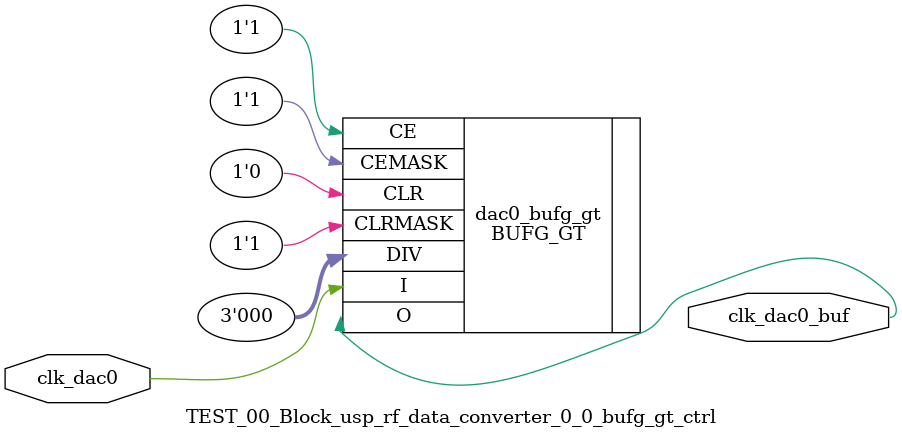
<source format=v>

`timescale 1ns / 1ps

(* DowngradeIPIdentifiedWarnings="yes" *)
module TEST_00_Block_usp_rf_data_converter_0_0_bufg_gt_ctrl (
  // DAC Fabric Feedback Clock for Tile 0
  input    clk_dac0,
  output   clk_dac0_buf
      
);

  BUFG_GT dac0_bufg_gt
  (
    .I       (clk_dac0),
    .CE      (1'b1),
    .CEMASK  (1'b1),
    .CLR     (1'b0),
    .CLRMASK (1'b1),
    .DIV     (3'b000),
    .O       (clk_dac0_buf)
  );  

 
endmodule

</source>
